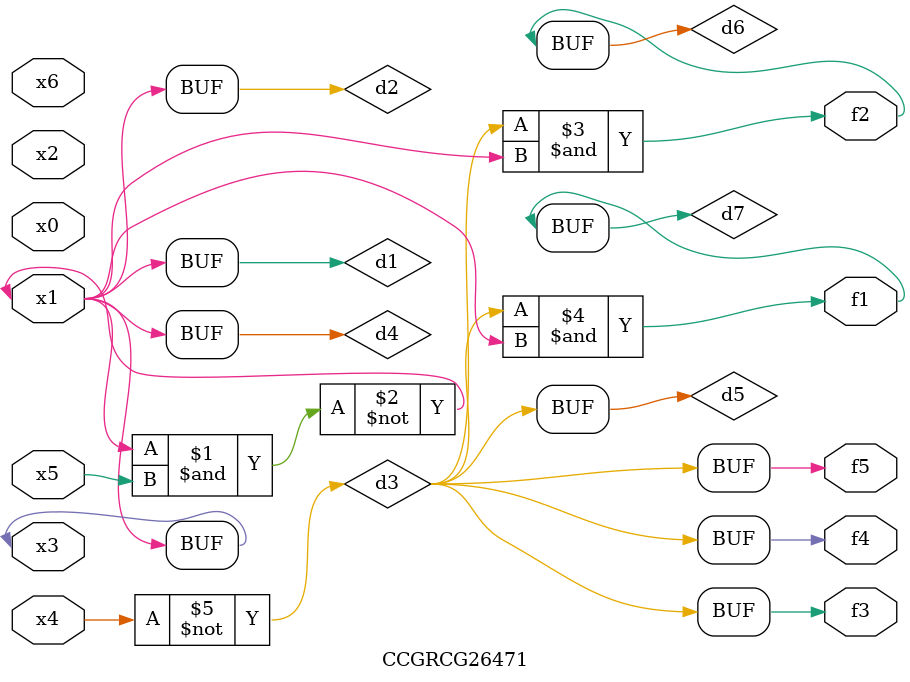
<source format=v>
module CCGRCG26471(
	input x0, x1, x2, x3, x4, x5, x6,
	output f1, f2, f3, f4, f5
);

	wire d1, d2, d3, d4, d5, d6, d7;

	buf (d1, x1, x3);
	nand (d2, x1, x5);
	not (d3, x4);
	buf (d4, d1, d2);
	buf (d5, d3);
	and (d6, d3, d4);
	and (d7, d3, d4);
	assign f1 = d7;
	assign f2 = d6;
	assign f3 = d5;
	assign f4 = d5;
	assign f5 = d5;
endmodule

</source>
